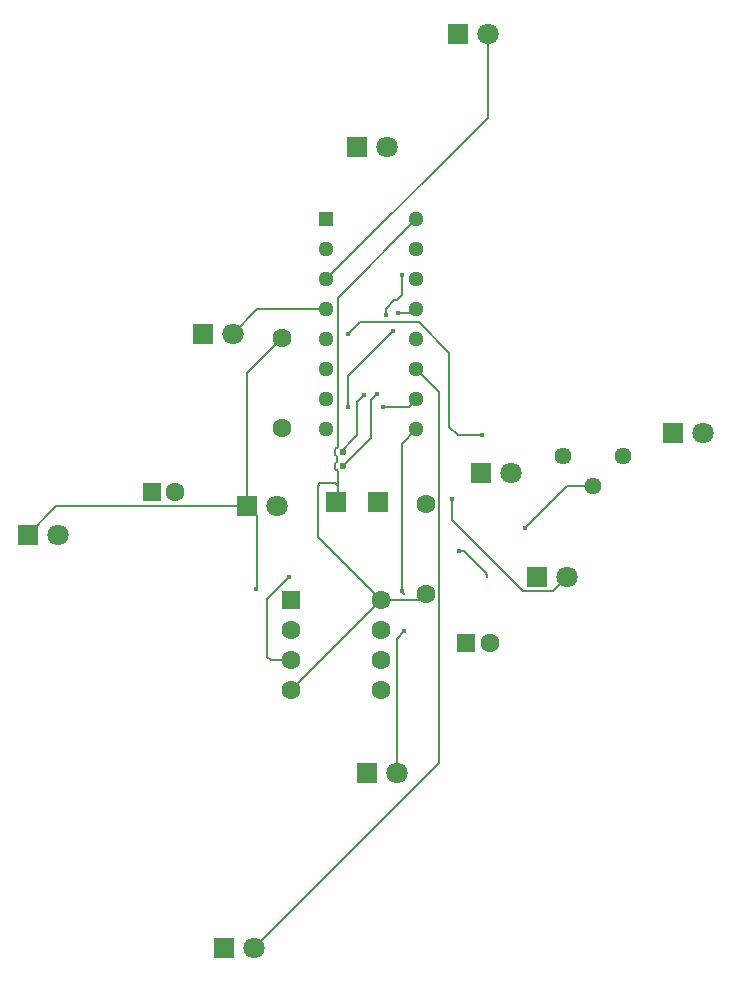
<source format=gbl>
%TF.GenerationSoftware,KiCad,Pcbnew,9.0.6*%
%TF.CreationDate,2026-01-24T18:36:13+02:00*%
%TF.ProjectId,led chaser,6c656420-6368-4617-9365-722e6b696361,rev?*%
%TF.SameCoordinates,Original*%
%TF.FileFunction,Copper,L2,Bot*%
%TF.FilePolarity,Positive*%
%FSLAX46Y46*%
G04 Gerber Fmt 4.6, Leading zero omitted, Abs format (unit mm)*
G04 Created by KiCad (PCBNEW 9.0.6) date 2026-01-24 18:36:13*
%MOMM*%
%LPD*%
G01*
G04 APERTURE LIST*
G04 Aperture macros list*
%AMRoundRect*
0 Rectangle with rounded corners*
0 $1 Rounding radius*
0 $2 $3 $4 $5 $6 $7 $8 $9 X,Y pos of 4 corners*
0 Add a 4 corners polygon primitive as box body*
4,1,4,$2,$3,$4,$5,$6,$7,$8,$9,$2,$3,0*
0 Add four circle primitives for the rounded corners*
1,1,$1+$1,$2,$3*
1,1,$1+$1,$4,$5*
1,1,$1+$1,$6,$7*
1,1,$1+$1,$8,$9*
0 Add four rect primitives between the rounded corners*
20,1,$1+$1,$2,$3,$4,$5,0*
20,1,$1+$1,$4,$5,$6,$7,0*
20,1,$1+$1,$6,$7,$8,$9,0*
20,1,$1+$1,$8,$9,$2,$3,0*%
G04 Aperture macros list end*
%TA.AperFunction,ComponentPad*%
%ADD10C,1.600000*%
%TD*%
%TA.AperFunction,ComponentPad*%
%ADD11R,1.800000X1.800000*%
%TD*%
%TA.AperFunction,ComponentPad*%
%ADD12C,1.800000*%
%TD*%
%TA.AperFunction,ComponentPad*%
%ADD13RoundRect,0.250000X-0.550000X-0.550000X0.550000X-0.550000X0.550000X0.550000X-0.550000X0.550000X0*%
%TD*%
%TA.AperFunction,ComponentPad*%
%ADD14C,1.440000*%
%TD*%
%TA.AperFunction,ComponentPad*%
%ADD15R,1.700000X1.700000*%
%TD*%
%TA.AperFunction,ComponentPad*%
%ADD16R,1.295400X1.295400*%
%TD*%
%TA.AperFunction,ComponentPad*%
%ADD17C,1.295400*%
%TD*%
%TA.AperFunction,ViaPad*%
%ADD18C,0.400000*%
%TD*%
%TA.AperFunction,ViaPad*%
%ADD19C,0.600000*%
%TD*%
%TA.AperFunction,ViaPad*%
%ADD20C,0.300000*%
%TD*%
%TA.AperFunction,Conductor*%
%ADD21C,0.200000*%
%TD*%
G04 APERTURE END LIST*
D10*
%TO.P,R1,1*%
%TO.N,+5v*%
X161200000Y-119620000D03*
%TO.P,R1,2*%
%TO.N,Net-(U2-DIS)*%
X161200000Y-112000000D03*
%TD*%
D11*
%TO.P,D3,1,K*%
%TO.N,Net-(D1-K)*%
X142330000Y-97600000D03*
D12*
%TO.P,D3,2,A*%
%TO.N,Net-(D3-A)*%
X144870000Y-97600000D03*
%TD*%
D13*
%TO.P,C1 0.01 uF,1*%
%TO.N,GND*%
X138000000Y-111000000D03*
D10*
%TO.P,C1 0.01 uF,2*%
%TO.N,Net-(U2-CV)*%
X140000000Y-111000000D03*
%TD*%
D14*
%TO.P,RV1,1,1*%
%TO.N,Net-(U2-DIS)*%
X177940000Y-107920000D03*
%TO.P,RV1,2,2*%
X175400000Y-110460000D03*
%TO.P,RV1,3,3*%
%TO.N,TR*%
X172860000Y-107920000D03*
%TD*%
D15*
%TO.P,GND,1,1*%
%TO.N,GND*%
X157200000Y-111800000D03*
%TD*%
D11*
%TO.P,D7,1,K*%
%TO.N,Net-(D1-K)*%
X182130000Y-106000000D03*
D12*
%TO.P,D7,2,A*%
%TO.N,Net-(D7-A)*%
X184670000Y-106000000D03*
%TD*%
D11*
%TO.P,D6,1,K*%
%TO.N,Net-(D1-K)*%
X165860000Y-109400000D03*
D12*
%TO.P,D6,2,A*%
%TO.N,Net-(D6-A)*%
X168400000Y-109400000D03*
%TD*%
D15*
%TO.P,5V,1,1*%
%TO.N,+5v*%
X153600000Y-111800000D03*
%TD*%
D11*
%TO.P,D10,1,K*%
%TO.N,Net-(D1-K)*%
X144130000Y-149600000D03*
D12*
%TO.P,D10,2,A*%
%TO.N,Net-(D10-A)*%
X146670000Y-149600000D03*
%TD*%
D11*
%TO.P,D5,1,K*%
%TO.N,Net-(D1-K)*%
X146060000Y-112200000D03*
D12*
%TO.P,D5,2,A*%
%TO.N,Net-(D5-A)*%
X148600000Y-112200000D03*
%TD*%
D11*
%TO.P,D9,1,K*%
%TO.N,Net-(D1-K)*%
X156260000Y-134800000D03*
D12*
%TO.P,D9,2,A*%
%TO.N,Net-(D9-A)*%
X158800000Y-134800000D03*
%TD*%
D11*
%TO.P,D4,1,K*%
%TO.N,Net-(D1-K)*%
X127530000Y-114600000D03*
D12*
%TO.P,D4,2,A*%
%TO.N,Net-(D4-A)*%
X130070000Y-114600000D03*
%TD*%
D13*
%TO.P,C2 1uF,1*%
%TO.N,TR*%
X164644888Y-123800000D03*
D10*
%TO.P,C2 1uF,2*%
%TO.N,GND*%
X166644888Y-123800000D03*
%TD*%
%TO.P,R2 470 Ohm,1*%
%TO.N,Net-(D1-K)*%
X149000000Y-97990000D03*
%TO.P,R2 470 Ohm,2*%
%TO.N,GND*%
X149000000Y-105610000D03*
%TD*%
D11*
%TO.P,D2,1,K*%
%TO.N,Net-(D1-K)*%
X155400000Y-81800000D03*
D12*
%TO.P,D2,2,A*%
%TO.N,Net-(D2-A)*%
X157940000Y-81800000D03*
%TD*%
D13*
%TO.P,U2,1,GND*%
%TO.N,GND*%
X149800000Y-120180000D03*
D10*
%TO.P,U2,2,TR*%
%TO.N,TR*%
X149800000Y-122720000D03*
%TO.P,U2,3,Q*%
%TO.N,OUT*%
X149800000Y-125260000D03*
%TO.P,U2,4,R*%
%TO.N,+5v*%
X149800000Y-127800000D03*
%TO.P,U2,5,CV*%
%TO.N,Net-(U2-CV)*%
X157420000Y-127800000D03*
%TO.P,U2,6,THR*%
%TO.N,TR*%
X157420000Y-125260000D03*
%TO.P,U2,7,DIS*%
%TO.N,Net-(U2-DIS)*%
X157420000Y-122720000D03*
%TO.P,U2,8,VCC*%
%TO.N,+5v*%
X157420000Y-120180000D03*
%TD*%
D11*
%TO.P,D1,1,K*%
%TO.N,Net-(D1-K)*%
X163930000Y-72200000D03*
D12*
%TO.P,D1,2,A*%
%TO.N,Net-(D1-A)*%
X166470000Y-72200000D03*
%TD*%
D16*
%TO.P,U1,1,Q5*%
%TO.N,Net-(D6-A)*%
X152790000Y-87910000D03*
D17*
%TO.P,U1,2,Q1*%
%TO.N,Net-(D2-A)*%
X152790000Y-90450000D03*
%TO.P,U1,3,Q0*%
%TO.N,Net-(D1-A)*%
X152790000Y-92990000D03*
%TO.P,U1,4,Q2*%
%TO.N,Net-(D3-A)*%
X152790000Y-95530000D03*
%TO.P,U1,5,Q6*%
%TO.N,Net-(D7-A)*%
X152790000Y-98070000D03*
%TO.P,U1,6,Q7*%
%TO.N,Net-(D8-A)*%
X152790000Y-100610000D03*
%TO.P,U1,7,Q3*%
%TO.N,Net-(D4-A)*%
X152790000Y-103150000D03*
%TO.P,U1,8,VSS*%
%TO.N,GND*%
X152790000Y-105690000D03*
%TO.P,U1,9,Q8*%
%TO.N,Net-(D9-A)*%
X160410000Y-105690000D03*
%TO.P,U1,10,Q4*%
%TO.N,Net-(D5-A)*%
X160410000Y-103150000D03*
%TO.P,U1,11,Q9*%
%TO.N,Net-(D10-A)*%
X160410000Y-100610000D03*
%TO.P,U1,12,Cout*%
%TO.N,unconnected-(U1-Cout-Pad12)*%
X160410000Y-98070000D03*
%TO.P,U1,13,CKEN*%
%TO.N,GND*%
X160410000Y-95530000D03*
%TO.P,U1,14,CLK*%
%TO.N,OUT*%
X160410000Y-92990000D03*
%TO.P,U1,15,Reset*%
%TO.N,GND*%
X160410000Y-90450000D03*
%TO.P,U1,16,VDD*%
%TO.N,+5v*%
X160410000Y-87910000D03*
%TD*%
D11*
%TO.P,D8,1,K*%
%TO.N,Net-(D1-K)*%
X170660000Y-118200000D03*
D12*
%TO.P,D8,2,A*%
%TO.N,Net-(D8-A)*%
X173200000Y-118200000D03*
%TD*%
D18*
%TO.N,GND*%
X158400000Y-97400000D03*
X154600000Y-103800000D03*
X158861300Y-95800000D03*
%TO.N,Net-(D1-K)*%
X146838886Y-119231520D03*
D19*
%TO.N,Net-(D5-A)*%
X154200000Y-107600000D03*
D18*
X156000000Y-102800000D03*
X157600000Y-103800000D03*
%TO.N,Net-(D7-A)*%
X166000000Y-106200000D03*
X154600000Y-97600000D03*
%TO.N,Net-(D8-A)*%
X163400000Y-111600000D03*
%TO.N,Net-(D9-A)*%
X159200000Y-119400000D03*
X159400000Y-122800000D03*
D20*
%TO.N,Net-(U2-DIS)*%
X166400000Y-118200000D03*
D18*
X169600000Y-114000000D03*
X164000000Y-116000000D03*
%TO.N,OUT*%
X149600000Y-118200000D03*
X157800000Y-96000000D03*
X159200000Y-92600000D03*
D19*
X154200000Y-108800000D03*
D18*
X157044600Y-102716385D03*
%TD*%
D21*
%TO.N,GND*%
X154600000Y-103800000D02*
X154600000Y-101200000D01*
X160140000Y-95800000D02*
X160410000Y-95530000D01*
X154600000Y-101200000D02*
X158400000Y-97400000D01*
X158861300Y-95800000D02*
X160140000Y-95800000D01*
%TO.N,Net-(D1-K)*%
X146838886Y-119231520D02*
X146924668Y-119145738D01*
X146060000Y-100930000D02*
X146060000Y-112200000D01*
X127530000Y-114600000D02*
X129930000Y-112200000D01*
X146924668Y-119145738D02*
X146924668Y-113064668D01*
X129930000Y-112200000D02*
X146060000Y-112200000D01*
X149000000Y-97990000D02*
X146060000Y-100930000D01*
X146924668Y-113064668D02*
X146060000Y-112200000D01*
%TO.N,Net-(D1-A)*%
X166470000Y-79310000D02*
X152790000Y-92990000D01*
X166470000Y-72200000D02*
X166470000Y-79310000D01*
%TO.N,Net-(D3-A)*%
X146940000Y-95530000D02*
X144870000Y-97600000D01*
X152790000Y-95530000D02*
X146940000Y-95530000D01*
%TO.N,Net-(D5-A)*%
X159760000Y-103800000D02*
X157600000Y-103800000D01*
X155000000Y-106600000D02*
X154200000Y-107400000D01*
X155400000Y-103400000D02*
X155400000Y-106200000D01*
X155400000Y-106200000D02*
X155000000Y-106600000D01*
X156000000Y-102800000D02*
X155400000Y-103400000D01*
X160410000Y-103150000D02*
X159760000Y-103800000D01*
X154200000Y-107400000D02*
X154200000Y-107600000D01*
%TO.N,Net-(D7-A)*%
X163200000Y-105483415D02*
X163200000Y-99200000D01*
X166000000Y-106200000D02*
X163916585Y-106200000D01*
X155600000Y-96600000D02*
X154600000Y-97600000D01*
X160600000Y-96600000D02*
X155600000Y-96600000D01*
X163916585Y-106200000D02*
X163200000Y-105483415D01*
X163200000Y-99200000D02*
X160600000Y-96600000D01*
%TO.N,Net-(D8-A)*%
X163400000Y-113342000D02*
X169459000Y-119401000D01*
X169459000Y-119401000D02*
X171999000Y-119401000D01*
X171999000Y-119401000D02*
X173200000Y-118200000D01*
X163400000Y-111600000D02*
X163400000Y-113342000D01*
%TO.N,Net-(D9-A)*%
X159400000Y-122800000D02*
X158800000Y-123400000D01*
X159200000Y-106900000D02*
X159200000Y-119400000D01*
X158800000Y-123400000D02*
X158800000Y-134800000D01*
X159200000Y-119400000D02*
X159400000Y-119600000D01*
X160410000Y-105690000D02*
X159200000Y-106900000D01*
%TO.N,Net-(D10-A)*%
X162301000Y-102501000D02*
X160410000Y-100610000D01*
X146670000Y-149600000D02*
X162301000Y-133969000D01*
X162301000Y-133969000D02*
X162301000Y-102501000D01*
%TO.N,Net-(U2-DIS)*%
X164400000Y-116000000D02*
X166200000Y-117800000D01*
X173140000Y-110460000D02*
X175400000Y-110460000D01*
X166200000Y-117800000D02*
X166400000Y-118000000D01*
X169600000Y-114000000D02*
X173140000Y-110460000D01*
X164000000Y-116000000D02*
X164400000Y-116000000D01*
X166400000Y-118000000D02*
X166400000Y-118200000D01*
%TO.N,+5v*%
X153550000Y-107330761D02*
X153550000Y-107869239D01*
X153550000Y-108530761D02*
X153550000Y-109069239D01*
X160410000Y-87910000D02*
X153737700Y-94582300D01*
X152283315Y-110249000D02*
X152049000Y-110483315D01*
X152049000Y-110483315D02*
X152049000Y-114809000D01*
X157420000Y-120180000D02*
X160640000Y-120180000D01*
X153550000Y-109069239D02*
X153737700Y-109256939D01*
X153735700Y-110483315D02*
X153501385Y-110249000D01*
X153737700Y-109256939D02*
X153737700Y-111662300D01*
X153501385Y-110249000D02*
X152283315Y-110249000D01*
X149800000Y-127800000D02*
X157420000Y-120180000D01*
X152049000Y-114809000D02*
X157420000Y-120180000D01*
X153650000Y-107969239D02*
X153650000Y-108430761D01*
X153550000Y-107869239D02*
X153650000Y-107969239D01*
X153737700Y-107143061D02*
X153550000Y-107330761D01*
X153737700Y-111662300D02*
X153600000Y-111800000D01*
X153737700Y-94582300D02*
X153737700Y-107143061D01*
X160640000Y-120180000D02*
X161200000Y-119620000D01*
X153650000Y-108430761D02*
X153550000Y-108530761D01*
X153735700Y-111664300D02*
X153735700Y-110483315D01*
X153600000Y-111800000D02*
X153735700Y-111664300D01*
%TO.N,OUT*%
X159200000Y-94280761D02*
X158730761Y-94750000D01*
X149600000Y-118200000D02*
X147740000Y-120060000D01*
X158530761Y-94750000D02*
X157800000Y-95480761D01*
X154200000Y-108800000D02*
X156600000Y-106400000D01*
X159200000Y-92600000D02*
X159200000Y-94280761D01*
X147740000Y-120060000D02*
X147740000Y-124940000D01*
X147740000Y-124940000D02*
X148060000Y-125260000D01*
X156600000Y-103165685D02*
X157044600Y-102721085D01*
X157800000Y-95480761D02*
X157800000Y-96000000D01*
X148060000Y-125260000D02*
X149800000Y-125260000D01*
X156600000Y-106400000D02*
X156600000Y-103165685D01*
X157044600Y-102721085D02*
X157044600Y-102716385D01*
X158730761Y-94750000D02*
X158530761Y-94750000D01*
%TD*%
M02*

</source>
